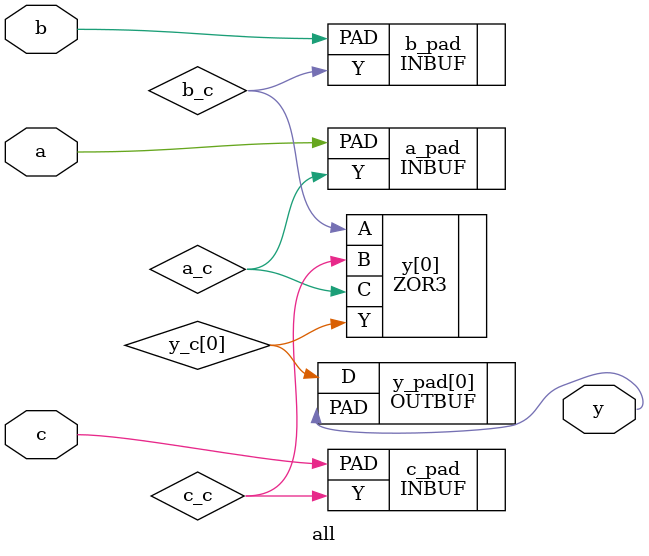
<source format=v>
`timescale 1 ns/100 ps


module all(
       a,
       b,
       c,
       y
    );
input  a;
input  b;
input  c;
output [0:0] y;

    wire GND, VCC, a_c, b_c, c_c, \y_c[0] ;
    
    ZOR3 \y[0]  (.A(b_c), .B(c_c), .C(a_c), .Y(\y_c[0] ));
    INBUF c_pad (.PAD(c), .Y(c_c));
    INBUF b_pad (.PAD(b), .Y(b_c));
    OUTBUF \y_pad[0]  (.D(\y_c[0] ), .PAD(y[0]));
    VCC VCC_i (.Y(VCC));
    GND GND_i (.Y(GND));
    INBUF a_pad (.PAD(a), .Y(a_c));
    
endmodule

</source>
